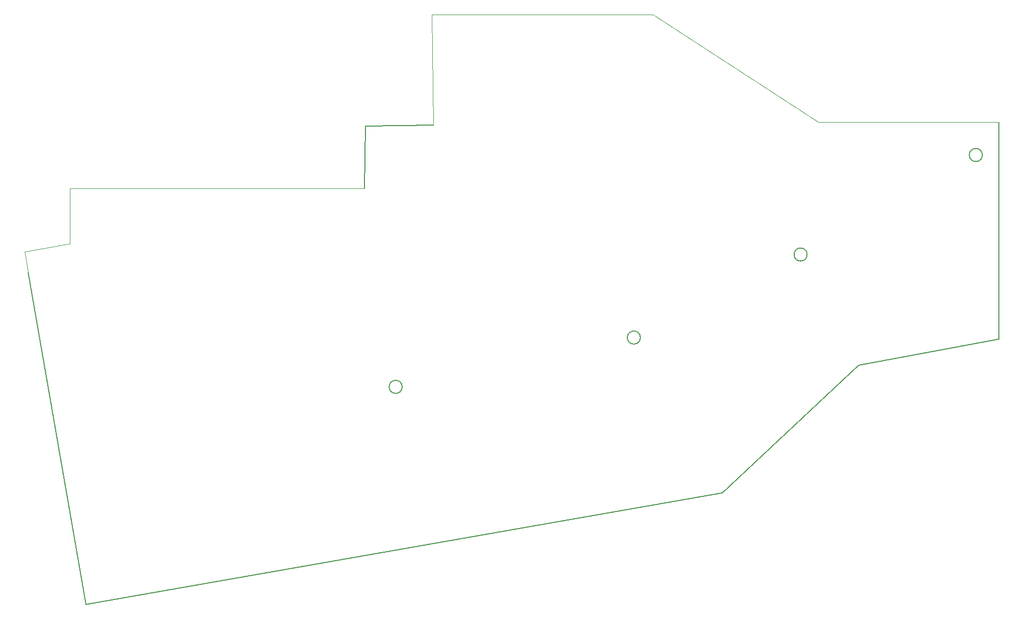
<source format=gbr>
%TF.GenerationSoftware,KiCad,Pcbnew,9.0.6*%
%TF.CreationDate,2026-01-21T14:54:26-06:00*%
%TF.ProjectId,buckboard,6275636b-626f-4617-9264-2e6b69636164,rev?*%
%TF.SameCoordinates,Original*%
%TF.FileFunction,Profile,NP*%
%FSLAX46Y46*%
G04 Gerber Fmt 4.6, Leading zero omitted, Abs format (unit mm)*
G04 Created by KiCad (PCBNEW 9.0.6) date 2026-01-21 14:54:26*
%MOMM*%
%LPD*%
G01*
G04 APERTURE LIST*
%TA.AperFunction,Profile*%
%ADD10C,0.100000*%
%TD*%
%TA.AperFunction,Profile*%
%ADD11C,0.200000*%
%TD*%
G04 APERTURE END LIST*
D10*
X80035400Y-70967600D02*
X80035400Y-61671200D01*
D11*
X236499400Y-50444400D02*
X236524800Y-87096600D01*
X129800000Y-51200000D02*
X141200000Y-51000000D01*
X236524800Y-87096600D02*
X212900000Y-91500000D01*
D10*
X141200000Y-51000000D02*
X141000000Y-32400000D01*
D11*
X189900000Y-113000000D02*
X82700000Y-131800000D01*
D10*
X178257200Y-32400000D02*
X141000000Y-32400000D01*
D11*
X129600000Y-61620400D02*
X129800000Y-51200000D01*
X135998532Y-95100000D02*
G75*
G02*
X133800000Y-95100000I-1099266J0D01*
G01*
X133800000Y-95100000D02*
G75*
G02*
X135998532Y-95100000I1099266J0D01*
G01*
D10*
X73025000Y-75768200D02*
X72415400Y-72313800D01*
D11*
X204198532Y-72800000D02*
G75*
G02*
X202000000Y-72800000I-1099266J0D01*
G01*
X202000000Y-72800000D02*
G75*
G02*
X204198532Y-72800000I1099266J0D01*
G01*
D10*
X72415400Y-72313800D02*
X80035400Y-70967600D01*
D11*
X212900000Y-91500000D02*
X189900000Y-113000000D01*
D10*
X206095600Y-50444400D02*
X178257200Y-32400000D01*
D11*
X176115666Y-86794400D02*
G75*
G02*
X173917134Y-86794400I-1099266J0D01*
G01*
X173917134Y-86794400D02*
G75*
G02*
X176115666Y-86794400I1099266J0D01*
G01*
D10*
X80035400Y-61671200D02*
X129600000Y-61620400D01*
D11*
X233715066Y-56030412D02*
G75*
G02*
X231516534Y-56030412I-1099266J0D01*
G01*
X231516534Y-56030412D02*
G75*
G02*
X233715066Y-56030412I1099266J0D01*
G01*
X82700000Y-131800000D02*
X73025000Y-75768200D01*
D10*
X236499400Y-50444400D02*
X206095600Y-50444400D01*
M02*

</source>
